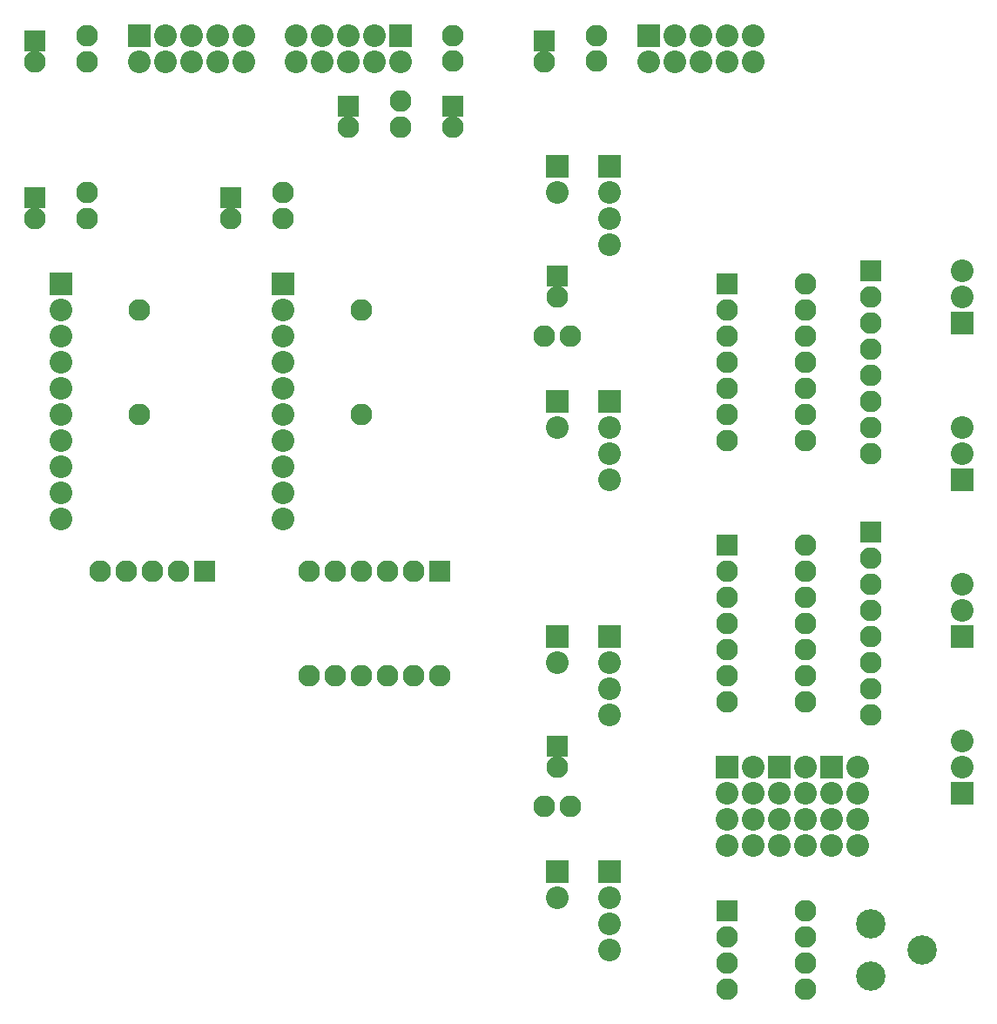
<source format=gts>
G04 #@! TF.FileFunction,Soldermask,Top*
%FSLAX46Y46*%
G04 Gerber Fmt 4.6, Leading zero omitted, Abs format (unit mm)*
G04 Created by KiCad (PCBNEW 4.0.7) date 11/14/17 22:07:01*
%MOMM*%
%LPD*%
G01*
G04 APERTURE LIST*
%ADD10C,0.100000*%
%ADD11R,2.208000X2.208000*%
%ADD12O,2.208000X2.208000*%
%ADD13R,2.108000X2.108000*%
%ADD14C,2.108000*%
%ADD15O,2.108000X2.108000*%
%ADD16C,2.848000*%
%ADD17C,2.208000*%
G04 APERTURE END LIST*
D10*
D11*
X219710000Y-53340000D03*
D12*
X219710000Y-55880000D03*
X222250000Y-53340000D03*
X222250000Y-55880000D03*
X224790000Y-53340000D03*
X224790000Y-55880000D03*
X227330000Y-53340000D03*
X227330000Y-55880000D03*
X229870000Y-53340000D03*
X229870000Y-55880000D03*
D13*
X190500000Y-60230000D03*
D14*
X190500000Y-62230000D03*
D13*
X200660000Y-60230000D03*
D14*
X200660000Y-62230000D03*
X195580000Y-62230000D03*
X195580000Y-59730000D03*
X200660000Y-55840000D03*
X200660000Y-53340000D03*
D13*
X160020000Y-53880000D03*
D14*
X160020000Y-55880000D03*
X165100000Y-55880000D03*
X165100000Y-53380000D03*
D13*
X179070000Y-69120000D03*
D14*
X179070000Y-71120000D03*
X184150000Y-71120000D03*
X184150000Y-68620000D03*
D13*
X210820000Y-122460000D03*
D14*
X210820000Y-124460000D03*
X209590000Y-128270000D03*
X212090000Y-128270000D03*
D13*
X210820000Y-76740000D03*
D14*
X210820000Y-78740000D03*
X209590000Y-82550000D03*
X212090000Y-82550000D03*
D13*
X209550000Y-53880000D03*
D14*
X209550000Y-55880000D03*
X214630000Y-55840000D03*
X214630000Y-53340000D03*
D13*
X160020000Y-69120000D03*
D14*
X160020000Y-71120000D03*
X165100000Y-71120000D03*
X165100000Y-68620000D03*
D11*
X195580000Y-53340000D03*
D12*
X195580000Y-55880000D03*
X193040000Y-53340000D03*
X193040000Y-55880000D03*
X190500000Y-53340000D03*
X190500000Y-55880000D03*
X187960000Y-53340000D03*
X187960000Y-55880000D03*
X185420000Y-53340000D03*
X185420000Y-55880000D03*
D11*
X210820000Y-66040000D03*
D12*
X210820000Y-68580000D03*
D11*
X210820000Y-88900000D03*
D12*
X210820000Y-91440000D03*
D11*
X210820000Y-134620000D03*
D12*
X210820000Y-137160000D03*
D11*
X210820000Y-111760000D03*
D12*
X210820000Y-114300000D03*
D14*
X170180000Y-90170000D03*
D15*
X170180000Y-80010000D03*
D14*
X191770000Y-90170000D03*
D15*
X191770000Y-80010000D03*
D13*
X176530000Y-105410000D03*
D15*
X173990000Y-105410000D03*
X171450000Y-105410000D03*
X168910000Y-105410000D03*
X166370000Y-105410000D03*
D16*
X241300000Y-144780000D03*
X246300000Y-142280000D03*
X241300000Y-139780000D03*
D11*
X215900000Y-66040000D03*
D12*
X215900000Y-68580000D03*
X215900000Y-71120000D03*
X215900000Y-73660000D03*
D11*
X215900000Y-88900000D03*
D12*
X215900000Y-91440000D03*
X215900000Y-93980000D03*
X215900000Y-96520000D03*
D11*
X215900000Y-134620000D03*
D12*
X215900000Y-137160000D03*
X215900000Y-139700000D03*
X215900000Y-142240000D03*
D11*
X215900000Y-111760000D03*
D12*
X215900000Y-114300000D03*
X215900000Y-116840000D03*
X215900000Y-119380000D03*
D13*
X227330000Y-77470000D03*
D15*
X234950000Y-92710000D03*
X227330000Y-80010000D03*
X234950000Y-90170000D03*
X227330000Y-82550000D03*
X234950000Y-87630000D03*
X227330000Y-85090000D03*
X234950000Y-85090000D03*
X227330000Y-87630000D03*
X234950000Y-82550000D03*
X227330000Y-90170000D03*
X234950000Y-80010000D03*
X227330000Y-92710000D03*
X234950000Y-77470000D03*
D13*
X227330000Y-102870000D03*
D15*
X234950000Y-118110000D03*
X227330000Y-105410000D03*
X234950000Y-115570000D03*
X227330000Y-107950000D03*
X234950000Y-113030000D03*
X227330000Y-110490000D03*
X234950000Y-110490000D03*
X227330000Y-113030000D03*
X234950000Y-107950000D03*
X227330000Y-115570000D03*
X234950000Y-105410000D03*
X227330000Y-118110000D03*
X234950000Y-102870000D03*
D11*
X250190000Y-96520000D03*
D12*
X250190000Y-93980000D03*
X250190000Y-91440000D03*
D11*
X250190000Y-111760000D03*
D12*
X250190000Y-109220000D03*
X250190000Y-106680000D03*
D11*
X250190000Y-127000000D03*
D12*
X250190000Y-124460000D03*
X250190000Y-121920000D03*
D13*
X227330000Y-138430000D03*
D15*
X234950000Y-146050000D03*
X227330000Y-140970000D03*
X234950000Y-143510000D03*
X227330000Y-143510000D03*
X234950000Y-140970000D03*
X227330000Y-146050000D03*
X234950000Y-138430000D03*
D11*
X162560000Y-77470000D03*
D12*
X162560000Y-80010000D03*
X162560000Y-82550000D03*
X162560000Y-85090000D03*
X162560000Y-87630000D03*
X162560000Y-90170000D03*
X162560000Y-92710000D03*
X162560000Y-95250000D03*
X162560000Y-97790000D03*
X162560000Y-100330000D03*
D11*
X184150000Y-77470000D03*
D12*
X184150000Y-80010000D03*
X184150000Y-82550000D03*
X184150000Y-85090000D03*
X184150000Y-87630000D03*
X184150000Y-90170000D03*
X184150000Y-92710000D03*
X184150000Y-95250000D03*
X184150000Y-97790000D03*
X184150000Y-100330000D03*
D13*
X199390000Y-105410000D03*
D15*
X186690000Y-115570000D03*
X196850000Y-105410000D03*
X189230000Y-115570000D03*
X194310000Y-105410000D03*
X191770000Y-115570000D03*
X191770000Y-105410000D03*
X194310000Y-115570000D03*
X189230000Y-105410000D03*
X196850000Y-115570000D03*
X186690000Y-105410000D03*
X199390000Y-115570000D03*
D11*
X170180000Y-53340000D03*
D12*
X170180000Y-55880000D03*
X172720000Y-53340000D03*
X172720000Y-55880000D03*
X175260000Y-53340000D03*
X175260000Y-55880000D03*
X177800000Y-53340000D03*
X177800000Y-55880000D03*
X180340000Y-53340000D03*
X180340000Y-55880000D03*
D13*
X241300000Y-76200000D03*
D15*
X241300000Y-78740000D03*
X241300000Y-81280000D03*
X241300000Y-83820000D03*
X241300000Y-86360000D03*
X241300000Y-88900000D03*
X241300000Y-91440000D03*
X241300000Y-93980000D03*
D13*
X241300000Y-101600000D03*
D15*
X241300000Y-104140000D03*
X241300000Y-106680000D03*
X241300000Y-109220000D03*
X241300000Y-111760000D03*
X241300000Y-114300000D03*
X241300000Y-116840000D03*
X241300000Y-119380000D03*
D11*
X250190000Y-81280000D03*
D12*
X250190000Y-78740000D03*
X250190000Y-76200000D03*
D11*
X227330000Y-124460000D03*
D12*
X229870000Y-124460000D03*
X227330000Y-127000000D03*
X229870000Y-127000000D03*
X227330000Y-129540000D03*
X229870000Y-129540000D03*
D17*
X227330000Y-132080000D03*
D12*
X229870000Y-132080000D03*
D11*
X232410000Y-124460000D03*
D12*
X234950000Y-124460000D03*
X232410000Y-127000000D03*
X234950000Y-127000000D03*
X232410000Y-129540000D03*
X234950000Y-129540000D03*
X232410000Y-132080000D03*
X234950000Y-132080000D03*
D11*
X237490000Y-124460000D03*
D12*
X240030000Y-124460000D03*
X237490000Y-127000000D03*
X240030000Y-127000000D03*
X237490000Y-129540000D03*
X240030000Y-129540000D03*
X237490000Y-132080000D03*
X240030000Y-132080000D03*
M02*

</source>
